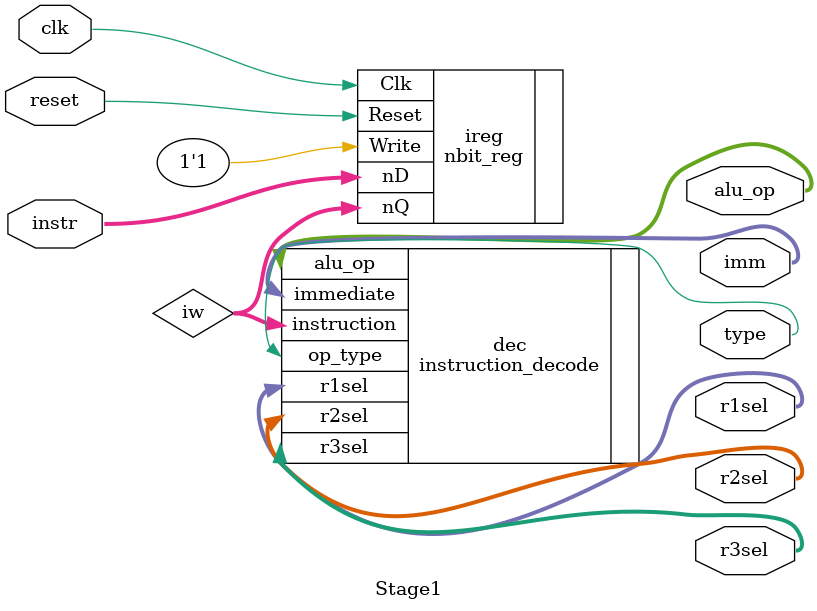
<source format=v>
`timescale 1ns / 1ps
module Stage1(
	type, // R or I type
	alu_op, // which aluoption to take
	r1sel, // which register to write to
	r2sel, // the value of a selected register
	r3sel, // the value of another seclected register
	imm, // the value if it's an immediate
	
	instr, // the instruction to run
	clk, // clock input
	reset // rest everything
);
parameter BITS = 32; // width of reg select
parameter RSELW = 5; // N-BIT Values
parameter DEPTH = 3; // pipeline depth

output type;
output [2:0] alu_op; // always 3 bits
output [RSELW-1:0] r1sel;
output [RSELW-1:0] r2sel, r3sel;
output [15:0] imm; // 32 bit opcode -> 16 bit immediate
input [31:0] instr; // 32 bit opcode
input clk;
input reset;


wire [31:0] iw;
nbit_reg #(32) ireg(
	.nD(instr),
	.nQ(iw),
	.Write(1'b1),
	.Clk(clk),
	.Reset(reset)
);

instruction_decode dec(
	.op_type(type),
	.alu_op(alu_op),
	.r1sel(r1sel),
	.r2sel(r2sel),
	.r3sel(r3sel),
	.immediate(imm),
	.instruction(iw)
);


endmodule

</source>
